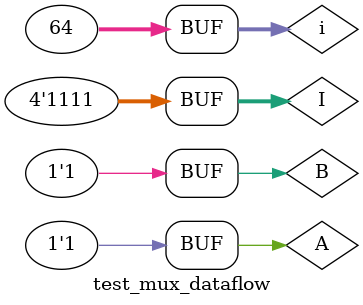
<source format=v>
`timescale 1ns / 1ps


module test_mux_dataflow;

	// Inputs
	reg [3:0] I;
	reg A;
	reg B;

	// Outputs
	wire Y;
	
	integer i;

	// Instantiate the Unit Under Test (UUT)
	mux_4_to_1_dataflow uut (
		.I(I),
		.A(A),
		.B(B),
		.Y(Y)
	);

	initial begin
		for (i = 0; i < 64; i = i + 1) begin
			I[0] = i & 1;
			I[1] = (i >> 1) & 1;
			I[2] = (i >> 2) & 1;
			I[3] = (i >> 3) & 1;
			B = (i >> 4) & 1;
			A = (i >> 5) & 1;
			#10;
      end

	end

endmodule

</source>
